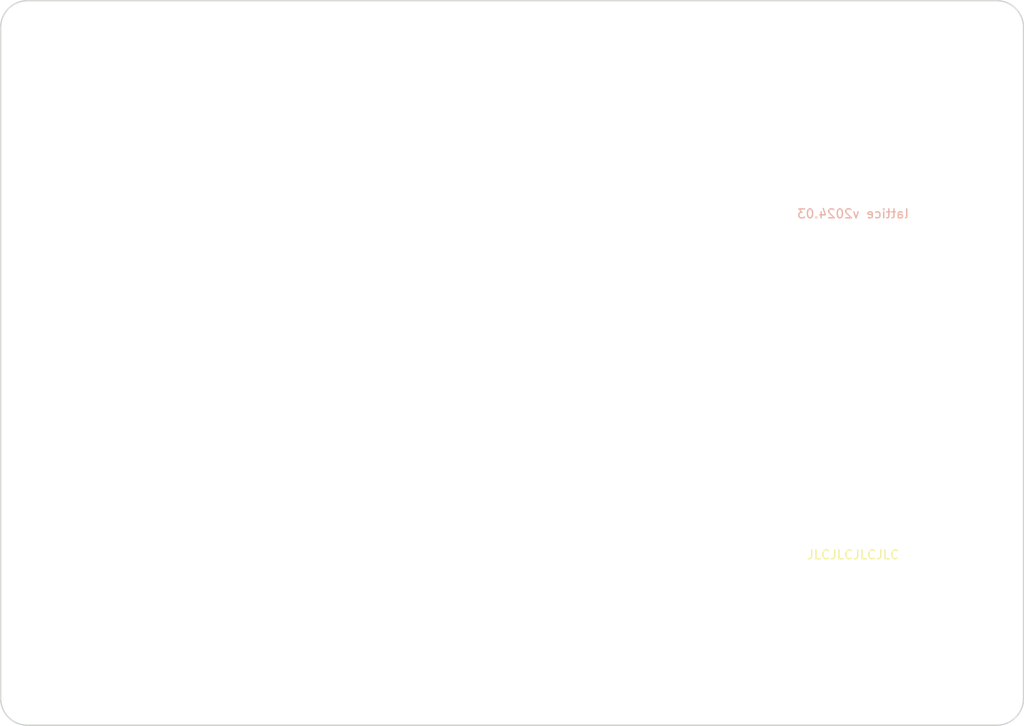
<source format=kicad_pcb>


(kicad_pcb (version 20171130) (host pcbnew 5.1.6)

  (page A4)
  (title_block
    (title lattice)
    (rev 2024.03)
    (company sboysel)
  )

  (general
    (thickness 1.6)
  )

  (layers
    (0 F.Cu signal)
    (31 B.Cu signal)
    (32 B.Adhes user)
    (33 F.Adhes user)
    (34 B.Paste user)
    (35 F.Paste user)
    (36 B.SilkS user)
    (37 F.SilkS user)
    (38 B.Mask user)
    (39 F.Mask user)
    (40 Dwgs.User user)
    (41 Cmts.User user)
    (42 Eco1.User user)
    (43 Eco2.User user)
    (44 Edge.Cuts user)
    (45 Margin user)
    (46 B.CrtYd user)
    (47 F.CrtYd user)
    (48 B.Fab user)
    (49 F.Fab user)
  )

  (setup
    (last_trace_width 0.25)
    (trace_clearance 0.2)
    (zone_clearance 0.508)
    (zone_45_only no)
    (trace_min 0.2)
    (via_size 0.8)
    (via_drill 0.4)
    (via_min_size 0.4)
    (via_min_drill 0.3)
    (uvia_size 0.3)
    (uvia_drill 0.1)
    (uvias_allowed no)
    (uvia_min_size 0.2)
    (uvia_min_drill 0.1)
    (edge_width 0.05)
    (segment_width 0.2)
    (pcb_text_width 0.3)
    (pcb_text_size 1.5 1.5)
    (mod_edge_width 0.12)
    (mod_text_size 1 1)
    (mod_text_width 0.15)
    (pad_size 1.524 1.524)
    (pad_drill 0.762)
    (pad_to_mask_clearance 0.05)
    (aux_axis_origin 0 0)
    (visible_elements FFFFFF7F)
    (pcbplotparams
      (layerselection 0x010fc_ffffffff)
      (usegerberextensions false)
      (usegerberattributes true)
      (usegerberadvancedattributes true)
      (creategerberjobfile true)
      (excludeedgelayer true)
      (linewidth 0.100000)
      (plotframeref false)
      (viasonmask false)
      (mode 1)
      (useauxorigin false)
      (hpglpennumber 1)
      (hpglpenspeed 20)
      (hpglpendiameter 15.000000)
      (psnegative false)
      (psa4output false)
      (plotreference true)
      (plotvalue true)
      (plotinvisibletext false)
      (padsonsilk false)
      (subtractmaskfromsilk false)
      (outputformat 1)
      (mirror false)
      (drillshape 1)
      (scaleselection 1)
      (outputdirectory ""))
  )

  (net 0 "")

  (net_class Default "This is the default net class."
    (clearance 0.2)
    (trace_width 0.25)
    (via_dia 0.8)
    (via_drill 0.4)
    (uvia_dia 0.3)
    (uvia_drill 0.1)
    (add_net "")
  )

  
    
        (module MX_SW_HS (layer B.Cu)

            (at 95.25 114.3 0)
            (fp_text reference "MX1" (at 0 0 0) (layer "B.Fab")
              (effects (font (size 1 1) (thickness 0.15)))
            )
        )
    
        

    
        (module MX_SW_HS (layer B.Cu)

            (at 95.25 95.25 0)
            (fp_text reference "MX2" (at 0 0 0) (layer "B.Fab")
              (effects (font (size 1 1) (thickness 0.15)))
            )
        )
    
        

    
        (module MX_SW_HS (layer B.Cu)

            (at 95.25 76.2 0)
            (fp_text reference "MX3" (at 0 0 0) (layer "B.Fab")
              (effects (font (size 1 1) (thickness 0.15)))
            )
        )
    
        

    
        (module MX_SW_HS (layer B.Cu)

            (at 95.25 57.150000000000006 0)
            (fp_text reference "MX4" (at 0 0 0) (layer "B.Fab")
              (effects (font (size 1 1) (thickness 0.15)))
            )
        )
    
        

    
        (module MX_SW_HS (layer B.Cu)

            (at 114.3 114.3 0)
            (fp_text reference "MX5" (at 0 0 0) (layer "B.Fab")
              (effects (font (size 1 1) (thickness 0.15)))
            )
        )
    
        

    
        (module MX_SW_HS (layer B.Cu)

            (at 114.3 95.25 0)
            (fp_text reference "MX6" (at 0 0 0) (layer "B.Fab")
              (effects (font (size 1 1) (thickness 0.15)))
            )
        )
    
        

    
        (module MX_SW_HS (layer B.Cu)

            (at 114.3 76.2 0)
            (fp_text reference "MX7" (at 0 0 0) (layer "B.Fab")
              (effects (font (size 1 1) (thickness 0.15)))
            )
        )
    
        

    
        (module MX_SW_HS (layer B.Cu)

            (at 114.3 57.150000000000006 0)
            (fp_text reference "MX8" (at 0 0 0) (layer "B.Fab")
              (effects (font (size 1 1) (thickness 0.15)))
            )
        )
    
        

    
        (module MX_SW_HS (layer B.Cu)

            (at 133.35 114.3 0)
            (fp_text reference "MX9" (at 0 0 0) (layer "B.Fab")
              (effects (font (size 1 1) (thickness 0.15)))
            )
        )
    
        

    
        (module MX_SW_HS (layer B.Cu)

            (at 133.35 95.25 0)
            (fp_text reference "MX10" (at 0 0 0) (layer "B.Fab")
              (effects (font (size 1 1) (thickness 0.15)))
            )
        )
    
        

    
        (module MX_SW_HS (layer B.Cu)

            (at 133.35 76.2 0)
            (fp_text reference "MX11" (at 0 0 0) (layer "B.Fab")
              (effects (font (size 1 1) (thickness 0.15)))
            )
        )
    
        

    
        (module MX_SW_HS (layer B.Cu)

            (at 133.35 57.150000000000006 0)
            (fp_text reference "MX12" (at 0 0 0) (layer "B.Fab")
              (effects (font (size 1 1) (thickness 0.15)))
            )
        )
    
        

    
        (module MX_SW_HS (layer B.Cu)

            (at 152.4 114.3 0)
            (fp_text reference "MX13" (at 0 0 0) (layer "B.Fab")
              (effects (font (size 1 1) (thickness 0.15)))
            )
        )
    
        

    
        (module MX_SW_HS (layer B.Cu)

            (at 152.4 95.25 0)
            (fp_text reference "MX14" (at 0 0 0) (layer "B.Fab")
              (effects (font (size 1 1) (thickness 0.15)))
            )
        )
    
        

    
        (module MX_SW_HS (layer B.Cu)

            (at 152.4 76.2 0)
            (fp_text reference "MX15" (at 0 0 0) (layer "B.Fab")
              (effects (font (size 1 1) (thickness 0.15)))
            )
        )
    
        

    
        (module MX_SW_HS (layer B.Cu)

            (at 152.4 57.150000000000006 0)
            (fp_text reference "MX16" (at 0 0 0) (layer "B.Fab")
              (effects (font (size 1 1) (thickness 0.15)))
            )
        )
    
        

    
        (module MX_SW_HS (layer B.Cu)

            (at 171.45 114.3 0)
            (fp_text reference "MX17" (at 0 0 0) (layer "B.Fab")
              (effects (font (size 1 1) (thickness 0.15)))
            )
        )
    
        

    
        (module MX_SW_HS (layer B.Cu)

            (at 171.45 95.25 0)
            (fp_text reference "MX18" (at 0 0 0) (layer "B.Fab")
              (effects (font (size 1 1) (thickness 0.15)))
            )
        )
    
        

    
        (module MX_SW_HS (layer B.Cu)

            (at 171.45 76.2 0)
            (fp_text reference "MX19" (at 0 0 0) (layer "B.Fab")
              (effects (font (size 1 1) (thickness 0.15)))
            )
        )
    
        

    
        (module MX_SW_HS (layer B.Cu)

            (at 171.45 57.150000000000006 0)
            (fp_text reference "MX20" (at 0 0 0) (layer "B.Fab")
              (effects (font (size 1 1) (thickness 0.15)))
            )
        )
    
        

    
        (module MX_SW_HS (layer B.Cu)

            (at 190.5 114.3 0)
            (fp_text reference "MX21" (at 0 0 0) (layer "B.Fab")
              (effects (font (size 1 1) (thickness 0.15)))
            )
        )
    
        

    
        (module MX_SW_HS (layer B.Cu)

            (at 190.5 95.25 0)
            (fp_text reference "MX22" (at 0 0 0) (layer "B.Fab")
              (effects (font (size 1 1) (thickness 0.15)))
            )
        )
    
        

    
        (module MX_SW_HS (layer B.Cu)

            (at 190.5 76.2 0)
            (fp_text reference "MX23" (at 0 0 0) (layer "B.Fab")
              (effects (font (size 1 1) (thickness 0.15)))
            )
        )
    
        

    
        (module MX_SW_HS (layer B.Cu)

            (at 190.5 57.150000000000006 0)
            (fp_text reference "MX24" (at 0 0 0) (layer "B.Fab")
              (effects (font (size 1 1) (thickness 0.15)))
            )
        )
    
        

    
        (module 1N4148W (layer B.Cu)

            (at 87 114.3 270)
            (fp_text reference "D1" (at 0 0 0) (layer "B.Fab")
              (effects (font (size 1 1) (thickness 0.15)))
            )
        )
    
        

    
        (module 1N4148W (layer B.Cu)

            (at 87 95.25 270)
            (fp_text reference "D2" (at 0 0 0) (layer "B.Fab")
              (effects (font (size 1 1) (thickness 0.15)))
            )
        )
    
        

    
        (module 1N4148W (layer B.Cu)

            (at 87 76.2 270)
            (fp_text reference "D3" (at 0 0 0) (layer "B.Fab")
              (effects (font (size 1 1) (thickness 0.15)))
            )
        )
    
        

    
        (module 1N4148W (layer B.Cu)

            (at 87 57.150000000000006 270)
            (fp_text reference "D4" (at 0 0 0) (layer "B.Fab")
              (effects (font (size 1 1) (thickness 0.15)))
            )
        )
    
        

    
        (module 1N4148W (layer B.Cu)

            (at 106.05 114.3 270)
            (fp_text reference "D5" (at 0 0 0) (layer "B.Fab")
              (effects (font (size 1 1) (thickness 0.15)))
            )
        )
    
        

    
        (module 1N4148W (layer B.Cu)

            (at 106.05 95.25 270)
            (fp_text reference "D6" (at 0 0 0) (layer "B.Fab")
              (effects (font (size 1 1) (thickness 0.15)))
            )
        )
    
        

    
        (module 1N4148W (layer B.Cu)

            (at 106.05 76.2 270)
            (fp_text reference "D7" (at 0 0 0) (layer "B.Fab")
              (effects (font (size 1 1) (thickness 0.15)))
            )
        )
    
        

    
        (module 1N4148W (layer B.Cu)

            (at 106.05 57.150000000000006 270)
            (fp_text reference "D8" (at 0 0 0) (layer "B.Fab")
              (effects (font (size 1 1) (thickness 0.15)))
            )
        )
    
        

    
        (module 1N4148W (layer B.Cu)

            (at 125.1 114.3 270)
            (fp_text reference "D9" (at 0 0 0) (layer "B.Fab")
              (effects (font (size 1 1) (thickness 0.15)))
            )
        )
    
        

    
        (module 1N4148W (layer B.Cu)

            (at 125.1 95.25 270)
            (fp_text reference "D10" (at 0 0 0) (layer "B.Fab")
              (effects (font (size 1 1) (thickness 0.15)))
            )
        )
    
        

    
        (module 1N4148W (layer B.Cu)

            (at 125.1 76.2 270)
            (fp_text reference "D11" (at 0 0 0) (layer "B.Fab")
              (effects (font (size 1 1) (thickness 0.15)))
            )
        )
    
        

    
        (module 1N4148W (layer B.Cu)

            (at 125.1 57.150000000000006 270)
            (fp_text reference "D12" (at 0 0 0) (layer "B.Fab")
              (effects (font (size 1 1) (thickness 0.15)))
            )
        )
    
        

    
        (module 1N4148W (layer B.Cu)

            (at 144.15 114.3 270)
            (fp_text reference "D13" (at 0 0 0) (layer "B.Fab")
              (effects (font (size 1 1) (thickness 0.15)))
            )
        )
    
        

    
        (module 1N4148W (layer B.Cu)

            (at 144.15 95.25 270)
            (fp_text reference "D14" (at 0 0 0) (layer "B.Fab")
              (effects (font (size 1 1) (thickness 0.15)))
            )
        )
    
        

    
        (module 1N4148W (layer B.Cu)

            (at 144.15 76.2 270)
            (fp_text reference "D15" (at 0 0 0) (layer "B.Fab")
              (effects (font (size 1 1) (thickness 0.15)))
            )
        )
    
        

    
        (module 1N4148W (layer B.Cu)

            (at 144.15 57.150000000000006 270)
            (fp_text reference "D16" (at 0 0 0) (layer "B.Fab")
              (effects (font (size 1 1) (thickness 0.15)))
            )
        )
    
        

    
        (module 1N4148W (layer B.Cu)

            (at 163.2 114.3 270)
            (fp_text reference "D17" (at 0 0 0) (layer "B.Fab")
              (effects (font (size 1 1) (thickness 0.15)))
            )
        )
    
        

    
        (module 1N4148W (layer B.Cu)

            (at 163.2 95.25 270)
            (fp_text reference "D18" (at 0 0 0) (layer "B.Fab")
              (effects (font (size 1 1) (thickness 0.15)))
            )
        )
    
        

    
        (module 1N4148W (layer B.Cu)

            (at 163.2 76.2 270)
            (fp_text reference "D19" (at 0 0 0) (layer "B.Fab")
              (effects (font (size 1 1) (thickness 0.15)))
            )
        )
    
        

    
        (module 1N4148W (layer B.Cu)

            (at 163.2 57.150000000000006 270)
            (fp_text reference "D20" (at 0 0 0) (layer "B.Fab")
              (effects (font (size 1 1) (thickness 0.15)))
            )
        )
    
        

    
        (module 1N4148W (layer B.Cu)

            (at 182.25 114.3 270)
            (fp_text reference "D21" (at 0 0 0) (layer "B.Fab")
              (effects (font (size 1 1) (thickness 0.15)))
            )
        )
    
        

    
        (module 1N4148W (layer B.Cu)

            (at 182.25 95.25 270)
            (fp_text reference "D22" (at 0 0 0) (layer "B.Fab")
              (effects (font (size 1 1) (thickness 0.15)))
            )
        )
    
        

    
        (module 1N4148W (layer B.Cu)

            (at 182.25 76.2 270)
            (fp_text reference "D23" (at 0 0 0) (layer "B.Fab")
              (effects (font (size 1 1) (thickness 0.15)))
            )
        )
    
        

    
        (module 1N4148W (layer B.Cu)

            (at 182.25 57.150000000000006 270)
            (fp_text reference "D24" (at 0 0 0) (layer "B.Fab")
              (effects (font (size 1 1) (thickness 0.15)))
            )
        )
    
        

    
        (module USB_C_Receptacle (layer B.Cu)

            (at 95.25 45.06250000000001 0)
            (fp_text reference "J1" (at 0 0 0) (layer "B.Fab")
              (effects (font (size 1 1) (thickness 0.15)))
            )
        )
    
        

    
        (module 500mA (layer B.Cu)

            (at 104.775 47.62500000000001 0)
            (fp_text reference "F1" (at 0 0 0) (layer "B.Fab")
              (effects (font (size 1 1) (thickness 0.15)))
            )
        )
    
        

    
        (module 5k1 (layer B.Cu)

            (at 104.775 46.12500000000001 0)
            (fp_text reference "R1" (at 0 0 0) (layer "B.Fab")
              (effects (font (size 1 1) (thickness 0.15)))
            )
        )
    
        

    
        (module 5k1 (layer B.Cu)

            (at 104.775 44.62500000000001 0)
            (fp_text reference "R2" (at 0 0 0) (layer "B.Fab")
              (effects (font (size 1 1) (thickness 0.15)))
            )
        )
    
        

    
        (module SW_Slide_DPDT (layer B.Cu)

            (at 114.3 47.62500000000001 0)
            (fp_text reference "SW1" (at 0 0 0) (layer "B.Fab")
              (effects (font (size 1 1) (thickness 0.15)))
            )
        )
    
        

    
        (module SW_Slide_DPDT (layer B.Cu)

            (at 142.875 47.62500000000001 0)
            (fp_text reference "SW2" (at 0 0 0) (layer "B.Fab")
              (effects (font (size 1 1) (thickness 0.15)))
            )
        )
    
        

    
        (module SW_Slide_DPDT (layer B.Cu)

            (at 171.45 47.62500000000001 0)
            (fp_text reference "SW3" (at 0 0 0) (layer "B.Fab")
              (effects (font (size 1 1) (thickness 0.15)))
            )
        )
    
        

    
        (module SW_SPST (layer B.Cu)

            (at 133.35 69.2 0)
            (fp_text reference "B1" (at 0 0 0) (layer "B.Fab")
              (effects (font (size 1 1) (thickness 0.15)))
            )
        )
    
        

    
        (module 330R (layer B.Cu)

            (at 126.35 67.7 180)
            (fp_text reference "R3" (at 0 0 0) (layer "B.Fab")
              (effects (font (size 1 1) (thickness 0.15)))
            )
        )
    
        

    
        (module 100n (layer B.Cu)

            (at 126.35 69.2 0)
            (fp_text reference "C1" (at 0 0 0) (layer "B.Fab")
              (effects (font (size 1 1) (thickness 0.15)))
            )
        )
    
        

    
        (module SW_SPST (layer B.Cu)

            (at 152.4 69.2 0)
            (fp_text reference "B2" (at 0 0 0) (layer "B.Fab")
              (effects (font (size 1 1) (thickness 0.15)))
            )
        )
    
        

    
        (module 10k (layer B.Cu)

            (at 159.4 69.2 0)
            (fp_text reference "R4" (at 0 0 0) (layer "B.Fab")
              (effects (font (size 1 1) (thickness 0.15)))
            )
        )
    
        

    
        (module CH552T (layer B.Cu)

            (at 128.5875 47.62500000000001 0)
            (fp_text reference "U1" (at 0 0 0) (layer "B.Fab")
              (effects (font (size 1 1) (thickness 0.15)))
            )
        )
    
        

    
        (module 100n (layer B.Cu)

            (at 135.35 50.150000000000006 0)
            (fp_text reference "C2" (at 0 0 0) (layer "B.Fab")
              (effects (font (size 1 1) (thickness 0.15)))
            )
        )
    
        

    
        (module 100n (layer B.Cu)

            (at 135.35 51.650000000000006 0)
            (fp_text reference "C3" (at 0 0 0) (layer "B.Fab")
              (effects (font (size 1 1) (thickness 0.15)))
            )
        )
    
        

    
        (module USBLC6-2SC6 (layer B.Cu)

            (at 157.1625 47.62500000000001 90)
            (fp_text reference "U2" (at 0 0 0) (layer "B.Fab")
              (effects (font (size 1 1) (thickness 0.15)))
            )
        )
    
        

    
        (module USB_C_Receptacle (layer B.Cu)

            (at 190.5 45.06250000000001 0)
            (fp_text reference "J2" (at 0 0 0) (layer "B.Fab")
              (effects (font (size 1 1) (thickness 0.15)))
            )
        )
    
        

    
        (module 500mA (layer B.Cu)

            (at 180.975 47.62500000000001 0)
            (fp_text reference "F2" (at 0 0 0) (layer "B.Fab")
              (effects (font (size 1 1) (thickness 0.15)))
            )
        )
    
        

    
        (module 5k1 (layer B.Cu)

            (at 180.975 46.12500000000001 0)
            (fp_text reference "R5" (at 0 0 0) (layer "B.Fab")
              (effects (font (size 1 1) (thickness 0.15)))
            )
        )
    
        

    
        (module 5k1 (layer B.Cu)

            (at 180.975 44.62500000000001 0)
            (fp_text reference "R6" (at 0 0 0) (layer "B.Fab")
              (effects (font (size 1 1) (thickness 0.15)))
            )
        )
    
        

            (gr_text "lattice v2024.03" (at 180.975 66.675 0) (layer B.SilkS)
                (effects (font (size 1 1) (thickness 0.15)) (justify mirror))
            )
        

    
        (module Logo_Open_Hardware_Small (layer B.Cu)

            (at 180.975 85.725 180)
            (fp_text reference "SYM1" (at 0 0 0) (layer "B.Fab")
              (effects (font (size 1 1) (thickness 0.15)))
            )
        )
    
        

            (gr_text "JLCJLCJLCJLC" (at 180.975 104.77499999999999 0) (layer F.SilkS)
                (effects (font (size 1 1) (thickness 0.15)) )
            )
        
  (gr_line (start 85.725 120.825) (end 85.725 45.862500000000004) (angle 90) (layer Edge.Cuts) (width 0.15))
(gr_line (start 88.725 42.862500000000004) (end 197.025 42.862500000000004) (angle 90) (layer Edge.Cuts) (width 0.15))
(gr_line (start 200.025 45.862500000000004) (end 200.025 120.825) (angle 90) (layer Edge.Cuts) (width 0.15))
(gr_line (start 197.025 123.825) (end 88.725 123.825) (angle 90) (layer Edge.Cuts) (width 0.15))
(gr_arc (start 88.725 45.862500000000004) (end 88.725 42.862500000000004) (angle -90) (layer Edge.Cuts) (width 0.15))
(gr_arc (start 197.025 45.862500000000004) (end 200.025 45.862500000000004) (angle -90) (layer Edge.Cuts) (width 0.15))
(gr_arc (start 197.025 120.825) (end 197.025 123.825) (angle -90) (layer Edge.Cuts) (width 0.15))
(gr_arc (start 88.725 120.825) (end 85.725 120.825) (angle -90) (layer Edge.Cuts) (width 0.15))

)


</source>
